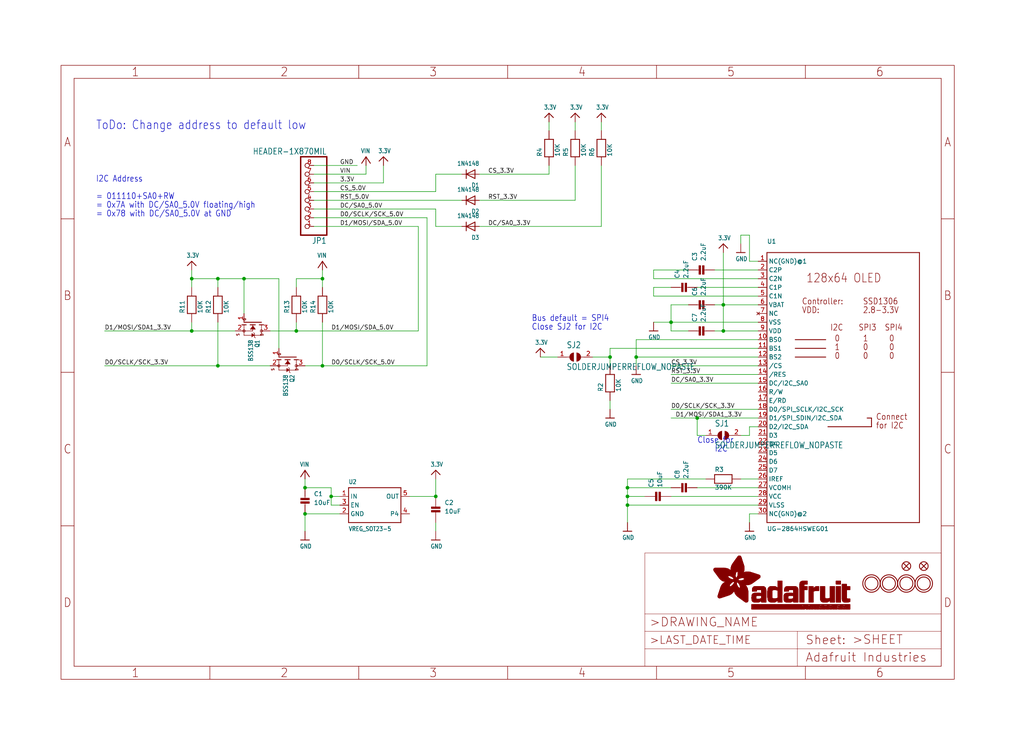
<source format=kicad_sch>
(kicad_sch (version 20211123) (generator eeschema)
  (paper "User" 298.45 217.881)
  (lib_symbols
    (symbol "schematicEagle-eagle-import:3.3V" (power)
      (property "Value" "3.3V" (at -1.524 3.556 0))
      (symbol "3.3V_1_0"
        (pin power_in line (at 0 0 90) (length 2.54) (name "3.3V") (number "1"))
      )
    )
    (symbol "schematicEagle-eagle-import:CAP_CERAMIC0805"
      (property "Reference" "C" (at 2.54 2.54 0))
      (property "Value" "CAP_CERAMIC0805" (at 2.54 0 0))
      (symbol "CAP_CERAMIC0805_1_0"
        (pin passive line (at 0 5.08 270) (length 2.54) (name "P$1") (number "1"))
        (pin passive line (at 0 -2.54 90) (length 2.54) (name "P$2") (number "2"))
      )
    )
    (symbol "schematicEagle-eagle-import:DIODESOD-323"
      (property "Reference" "D" (at -2.54 2.54 0))
      (property "Value" "DIODESOD-323" (at -2.54 -3.81 0))
      (symbol "DIODESOD-323_1_0"
        (pin passive line (at -2.54 0 0) (length 2.54) (name "A") (number "A"))
        (pin passive line (at 2.54 0 180) (length 2.54) (name "C") (number "C"))
      )
    )
    (symbol "schematicEagle-eagle-import:DISP_OLED_UG-2864HSWEG01"
      (property "Reference" "U" (at -22.86 40.64 0))
      (property "Value" "DISP_OLED_UG-2864HSWEG01" (at -22.86 -43.18 0))
      (symbol "DISP_OLED_UG-2864HSWEG01_1_0"
        (text "0" (at -3.175 6.985 0) (effects (font (size 1.778 1.5113)) (justify left bottom)))
        (text "0" (at -3.175 12.065 0) (effects (font (size 1.778 1.5113)) (justify left bottom)))
        (text "0" (at 5.08 6.985 0) (effects (font (size 1.778 1.5113)) (justify left bottom)))
        (text "0" (at 5.08 9.525 0) (effects (font (size 1.778 1.5113)) (justify left bottom)))
        (text "0" (at 12.7 6.985 0) (effects (font (size 1.778 1.5113)) (justify left bottom)))
        (text "0" (at 12.7 9.525 0) (effects (font (size 1.778 1.5113)) (justify left bottom)))
        (text "0" (at 12.7 12.065 0) (effects (font (size 1.778 1.5113)) (justify left bottom)))
        (text "1" (at -3.175 9.525 0) (effects (font (size 1.778 1.5113)) (justify left bottom)))
        (text "1" (at 5.08 12.065 0) (effects (font (size 1.778 1.5113)) (justify left bottom)))
        (text "128x64 OLED" (at -11.43 29.21 0) (effects (font (size 2.54 2.159)) (justify left bottom)))
        (text "2.8-3.3V" (at 5.08 20.32 0) (effects (font (size 1.778 1.5113)) (justify left bottom)))
        (text "Connect" (at 8.89 -10.795 0) (effects (font (size 1.778 1.5113)) (justify left bottom)))
        (text "Controller:" (at -12.7 22.86 0) (effects (font (size 1.778 1.5113)) (justify left bottom)))
        (text "for I2C" (at 8.89 -13.335 0) (effects (font (size 1.778 1.5113)) (justify left bottom)))
        (text "I2C" (at -4.445 15.24 0) (effects (font (size 1.778 1.5113)) (justify left bottom)))
        (text "SPI3" (at 3.81 15.24 0) (effects (font (size 1.778 1.5113)) (justify left bottom)))
        (text "SPI4" (at 11.43 15.24 0) (effects (font (size 1.778 1.5113)) (justify left bottom)))
        (text "SSD1306" (at 5.08 22.86 0) (effects (font (size 1.778 1.5113)) (justify left bottom)))
        (text "VDD:" (at -12.7 20.32 0) (effects (font (size 1.778 1.5113)) (justify left bottom)))
        (pin input line (at -25.4 35.56 0) (length 2.54) (name "NC(GND)@1") (number "1"))
        (pin input line (at -25.4 12.7 0) (length 2.54) (name "BS0") (number "10"))
        (pin input line (at -25.4 10.16 0) (length 2.54) (name "BS1") (number "11"))
        (pin input line (at -25.4 7.62 0) (length 2.54) (name "BS2") (number "12"))
        (pin input line (at -25.4 5.08 0) (length 2.54) (name "/CS") (number "13"))
        (pin input line (at -25.4 2.54 0) (length 2.54) (name "/RES") (number "14"))
        (pin input line (at -25.4 0 0) (length 2.54) (name "DC/I2C_SA0") (number "15"))
        (pin input line (at -25.4 -2.54 0) (length 2.54) (name "R/W") (number "16"))
        (pin input line (at -25.4 -5.08 0) (length 2.54) (name "E/RD") (number "17"))
        (pin bidirectional line (at -25.4 -7.62 0) (length 2.54) (name "D0/SPI_SCLK/I2C_SCK") (number "18"))
        (pin bidirectional line (at -25.4 -10.16 0) (length 2.54) (name "D1/SPI_SDIN/I2C_SDA") (number "19"))
        (pin input line (at -25.4 33.02 0) (length 2.54) (name "C2P") (number "2"))
        (pin bidirectional line (at -25.4 -12.7 0) (length 2.54) (name "D2/I2C_SDA") (number "20"))
        (pin bidirectional line (at -25.4 -15.24 0) (length 2.54) (name "D3") (number "21"))
        (pin bidirectional line (at -25.4 -17.78 0) (length 2.54) (name "D4") (number "22"))
        (pin bidirectional line (at -25.4 -20.32 0) (length 2.54) (name "D5") (number "23"))
        (pin bidirectional line (at -25.4 -22.86 0) (length 2.54) (name "D6") (number "24"))
        (pin bidirectional line (at -25.4 -25.4 0) (length 2.54) (name "D7") (number "25"))
        (pin input line (at -25.4 -27.94 0) (length 2.54) (name "IREF") (number "26"))
        (pin output line (at -25.4 -30.48 0) (length 2.54) (name "VCOMH") (number "27"))
        (pin power_in line (at -25.4 -33.02 0) (length 2.54) (name "VCC") (number "28"))
        (pin power_in line (at -25.4 -35.56 0) (length 2.54) (name "VLSS") (number "29"))
        (pin input line (at -25.4 30.48 0) (length 2.54) (name "C2N") (number "3"))
        (pin input line (at -25.4 -38.1 0) (length 2.54) (name "NC(GND)@2") (number "30"))
        (pin input line (at -25.4 27.94 0) (length 2.54) (name "C1P") (number "4"))
        (pin input line (at -25.4 25.4 0) (length 2.54) (name "C1N") (number "5"))
        (pin input line (at -25.4 22.86 0) (length 2.54) (name "VBAT") (number "6"))
        (pin no_connect line (at -25.4 20.32 0) (length 2.54) (name "NC") (number "7"))
        (pin power_in line (at -25.4 17.78 0) (length 2.54) (name "VSS") (number "8"))
        (pin power_in line (at -25.4 15.24 0) (length 2.54) (name "VDD") (number "9"))
      )
    )
    (symbol "schematicEagle-eagle-import:FIDUCIAL{dblquote}{dblquote}")
    (symbol "schematicEagle-eagle-import:FRAME_A4_ADAFRUIT"
      (symbol "FRAME_A4_ADAFRUIT_0_0"
        (text "1" (at 21.6958 1.905 0) (effects (font (size 2.54 2.286))))
        (text "1" (at 21.6958 177.165 0) (effects (font (size 2.54 2.286))))
        (text "2" (at 65.0875 1.905 0) (effects (font (size 2.54 2.286))))
        (text "2" (at 65.0875 177.165 0) (effects (font (size 2.54 2.286))))
        (text "3" (at 108.4792 1.905 0) (effects (font (size 2.54 2.286))))
        (text "3" (at 108.4792 177.165 0) (effects (font (size 2.54 2.286))))
        (text "4" (at 151.8708 1.905 0) (effects (font (size 2.54 2.286))))
        (text "4" (at 151.8708 177.165 0) (effects (font (size 2.54 2.286))))
        (text "5" (at 195.2625 1.905 0) (effects (font (size 2.54 2.286))))
        (text "5" (at 195.2625 177.165 0) (effects (font (size 2.54 2.286))))
        (text "6" (at 238.6542 1.905 0) (effects (font (size 2.54 2.286))))
        (text "6" (at 238.6542 177.165 0) (effects (font (size 2.54 2.286))))
        (text "A" (at 1.905 156.6863 0) (effects (font (size 2.54 2.286))))
        (text "A" (at 258.445 156.6863 0) (effects (font (size 2.54 2.286))))
        (text "B" (at 1.905 111.9188 0) (effects (font (size 2.54 2.286))))
        (text "B" (at 258.445 111.9188 0) (effects (font (size 2.54 2.286))))
        (text "C" (at 1.905 67.1513 0) (effects (font (size 2.54 2.286))))
        (text "C" (at 258.445 67.1513 0) (effects (font (size 2.54 2.286))))
        (text "D" (at 1.905 22.3838 0) (effects (font (size 2.54 2.286))))
        (text "D" (at 258.445 22.3838 0) (effects (font (size 2.54 2.286))))
      )
      (symbol "FRAME_A4_ADAFRUIT_1_0"
        (text ">DRAWING_NAME" (at 171.45 15.24 0) (effects (font (size 2.54 2.54)) (justify left bottom)))
        (text ">LAST_DATE_TIME" (at 171.45 10.16 0) (effects (font (size 2.286 2.286)) (justify left bottom)))
        (text ">SHEET" (at 230.505 10.16 0) (effects (font (size 2.54 2.54)) (justify left bottom)))
        (text "Adafruit Industries" (at 216.916 4.953 0) (effects (font (size 2.54 2.54)) (justify left bottom)))
        (text "Sheet:" (at 216.916 10.033 0) (effects (font (size 2.54 2.54)) (justify left bottom)))
      )
    )
    (symbol "schematicEagle-eagle-import:GND" (power)
      (property "Value" "GND" (at -1.524 -2.54 0))
      (symbol "GND_1_0"
        (pin power_in line (at 0 2.54 270) (length 2.54) (name "GND") (number "1"))
      )
    )
    (symbol "schematicEagle-eagle-import:HEADER-1X870MIL"
      (property "Reference" "JP" (at -6.35 13.335 0))
      (property "Value" "HEADER-1X870MIL" (at -6.35 -12.7 0))
      (symbol "HEADER-1X870MIL_1_0"
        (pin passive inverted (at -2.54 10.16 0) (length 2.54) (name "1") (number "1"))
        (pin passive inverted (at -2.54 7.62 0) (length 2.54) (name "2") (number "2"))
        (pin passive inverted (at -2.54 5.08 0) (length 2.54) (name "3") (number "3"))
        (pin passive inverted (at -2.54 2.54 0) (length 2.54) (name "4") (number "4"))
        (pin passive inverted (at -2.54 0 0) (length 2.54) (name "5") (number "5"))
        (pin passive inverted (at -2.54 -2.54 0) (length 2.54) (name "6") (number "6"))
        (pin passive inverted (at -2.54 -5.08 0) (length 2.54) (name "7") (number "7"))
        (pin passive inverted (at -2.54 -7.62 0) (length 2.54) (name "8") (number "8"))
      )
    )
    (symbol "schematicEagle-eagle-import:MOSFET-NWIDE"
      (property "Reference" "Q" (at 5.08 0.635 0))
      (property "Value" "MOSFET-NWIDE" (at 5.08 -1.27 0))
      (symbol "MOSFET-NWIDE_1_0"
        (text "D" (at 3.175 3.175 0) (effects (font (size 0.8128 0.6908)) (justify left bottom)))
        (text "G" (at -1.27 -1.905 0) (effects (font (size 0.8128 0.6908)) (justify left bottom)))
        (text "S" (at 3.175 -3.81 0) (effects (font (size 0.8128 0.6908)) (justify left bottom)))
        (pin bidirectional line (at -2.54 -2.54 0) (length 2.54) (name "G") (number "1"))
        (pin bidirectional line (at 2.54 -5.08 90) (length 2.54) (name "S") (number "2"))
        (pin bidirectional line (at 2.54 5.08 270) (length 2.54) (name "D") (number "3"))
      )
    )
    (symbol "schematicEagle-eagle-import:MOUNTINGHOLE2.5")
    (symbol "schematicEagle-eagle-import:RESISTOR0805"
      (property "Reference" "R" (at -2.54 2.032 0))
      (property "Value" "RESISTOR0805" (at -2.54 -3.175 0))
      (symbol "RESISTOR0805_1_0"
        (pin passive line (at -5.08 0 0) (length 2.54) (name "1") (number "1"))
        (pin passive line (at 5.08 0 180) (length 2.54) (name "2") (number "2"))
      )
    )
    (symbol "schematicEagle-eagle-import:SOLDERJUMPERREFLOW_NOPASTE"
      (property "Reference" "SJ" (at -2.54 2.54 0))
      (property "Value" "SOLDERJUMPERREFLOW_NOPASTE" (at -2.54 -3.81 0))
      (symbol "SOLDERJUMPERREFLOW_NOPASTE_1_0"
        (pin passive line (at -5.08 0 0) (length 2.54) (name "1") (number "1"))
        (pin passive line (at 5.08 0 180) (length 2.54) (name "2") (number "2"))
      )
    )
    (symbol "schematicEagle-eagle-import:VIN" (power)
      (property "Value" "VIN" (at -1.524 3.556 0))
      (symbol "VIN_1_0"
        (pin power_in line (at 0 0 90) (length 2.54) (name "VIN") (number "1"))
      )
    )
    (symbol "schematicEagle-eagle-import:VREG_SOT23-5"
      (property "Reference" "U" (at -7.62 6.096 0))
      (property "Value" "VREG_SOT23-5" (at -7.62 -7.62 0))
      (symbol "VREG_SOT23-5_1_0"
        (pin bidirectional line (at -10.16 2.54 0) (length 2.54) (name "IN") (number "1"))
        (pin bidirectional line (at -10.16 -2.54 0) (length 2.54) (name "GND") (number "2"))
        (pin bidirectional line (at -10.16 0 0) (length 2.54) (name "EN") (number "3"))
        (pin bidirectional line (at 10.16 -2.54 180) (length 2.54) (name "P4") (number "4"))
        (pin bidirectional line (at 10.16 2.54 180) (length 2.54) (name "OUT") (number "5"))
      )
    )
  )
  (junction (at 177.8 104.14))
  (junction (at 203.2 121.92))
  (junction (at 63.5 81.28))
  (junction (at 71.12 81.28))
  (junction (at 63.5 106.68))
  (junction (at 210.82 88.9))
  (junction (at 182.88 144.78))
  (junction (at 93.98 81.28))
  (junction (at 88.9 149.86))
  (junction (at 185.42 104.14))
  (junction (at 182.88 142.24))
  (junction (at 88.9 142.24))
  (junction (at 55.88 96.52))
  (junction (at 182.88 147.32))
  (junction (at 210.82 96.52))
  (junction (at 127 144.78))
  (junction (at 195.58 93.98))
  (junction (at 55.88 81.28))
  (junction (at 93.98 106.68))
  (junction (at 86.36 96.52))
  (junction (at 96.52 144.78))
  (wire (pts (xy 182.88 142.24) (xy 182.88 139.7)))
  (wire (pts (xy 71.12 81.28) (xy 71.12 91.44)))
  (wire (pts (xy 127 55.88) (xy 127 50.8)))
  (wire (pts (xy 218.44 124.46) (xy 218.44 127)))
  (wire (pts (xy 220.98 78.74) (xy 208.28 78.74)))
  (wire (pts (xy 220.98 109.22) (xy 195.58 109.22)))
  (wire (pts (xy 81.28 81.28) (xy 81.28 101.6)))
  (wire (pts (xy 220.98 88.9) (xy 210.82 88.9)))
  (wire (pts (xy 200.66 88.9) (xy 195.58 88.9)))
  (wire (pts (xy 218.44 149.86) (xy 218.44 152.4)))
  (wire (pts (xy 121.92 66.04) (xy 121.92 96.52)))
  (wire (pts (xy 177.8 119.38) (xy 177.8 116.84)))
  (wire (pts (xy 55.88 81.28) (xy 63.5 81.28)))
  (wire (pts (xy 200.66 78.74) (xy 190.5 78.74)))
  (wire (pts (xy 78.74 96.52) (xy 86.36 96.52)))
  (wire (pts (xy 99.06 147.32) (xy 96.52 147.32)))
  (wire (pts (xy 111.76 53.34) (xy 111.76 48.26)))
  (wire (pts (xy 55.88 96.52) (xy 30.48 96.52)))
  (wire (pts (xy 88.9 142.24) (xy 96.52 142.24)))
  (wire (pts (xy 220.98 142.24) (xy 203.2 142.24)))
  (wire (pts (xy 220.98 93.98) (xy 195.58 93.98)))
  (wire (pts (xy 215.9 68.58) (xy 215.9 71.12)))
  (wire (pts (xy 203.2 121.92) (xy 195.58 121.92)))
  (wire (pts (xy 88.9 149.86) (xy 99.06 149.86)))
  (wire (pts (xy 190.5 81.28) (xy 220.98 81.28)))
  (wire (pts (xy 88.9 106.68) (xy 93.98 106.68)))
  (wire (pts (xy 86.36 81.28) (xy 93.98 81.28)))
  (wire (pts (xy 220.98 83.82) (xy 203.2 83.82)))
  (wire (pts (xy 220.98 144.78) (xy 195.58 144.78)))
  (wire (pts (xy 96.52 147.32) (xy 96.52 144.78)))
  (wire (pts (xy 195.58 93.98) (xy 190.5 93.98)))
  (wire (pts (xy 175.26 66.04) (xy 175.26 48.26)))
  (wire (pts (xy 93.98 81.28) (xy 93.98 78.74)))
  (wire (pts (xy 195.58 142.24) (xy 182.88 142.24)))
  (wire (pts (xy 127 50.8) (xy 134.62 50.8)))
  (wire (pts (xy 162.56 104.14) (xy 157.48 104.14)))
  (wire (pts (xy 190.5 86.36) (xy 220.98 86.36)))
  (wire (pts (xy 187.96 144.78) (xy 182.88 144.78)))
  (wire (pts (xy 220.98 106.68) (xy 195.58 106.68)))
  (wire (pts (xy 167.64 58.42) (xy 167.64 48.26)))
  (wire (pts (xy 185.42 99.06) (xy 185.42 104.14)))
  (wire (pts (xy 200.66 96.52) (xy 195.58 96.52)))
  (wire (pts (xy 218.44 68.58) (xy 215.9 68.58)))
  (wire (pts (xy 220.98 104.14) (xy 185.42 104.14)))
  (wire (pts (xy 220.98 149.86) (xy 218.44 149.86)))
  (wire (pts (xy 177.8 101.6) (xy 177.8 104.14)))
  (wire (pts (xy 220.98 76.2) (xy 218.44 76.2)))
  (wire (pts (xy 93.98 106.68) (xy 124.46 106.68)))
  (wire (pts (xy 55.88 81.28) (xy 55.88 83.82)))
  (wire (pts (xy 68.58 96.52) (xy 55.88 96.52)))
  (wire (pts (xy 190.5 83.82) (xy 190.5 86.36)))
  (wire (pts (xy 91.44 48.26) (xy 104.14 48.26)))
  (wire (pts (xy 220.98 99.06) (xy 185.42 99.06)))
  (wire (pts (xy 88.9 142.24) (xy 88.9 139.7)))
  (wire (pts (xy 63.5 93.98) (xy 63.5 106.68)))
  (wire (pts (xy 190.5 78.74) (xy 190.5 81.28)))
  (wire (pts (xy 99.06 144.78) (xy 96.52 144.78)))
  (wire (pts (xy 71.12 81.28) (xy 81.28 81.28)))
  (wire (pts (xy 172.72 104.14) (xy 177.8 104.14)))
  (wire (pts (xy 210.82 88.9) (xy 208.28 88.9)))
  (wire (pts (xy 106.68 50.8) (xy 106.68 48.26)))
  (wire (pts (xy 195.58 83.82) (xy 190.5 83.82)))
  (wire (pts (xy 139.7 66.04) (xy 175.26 66.04)))
  (wire (pts (xy 185.42 104.14) (xy 185.42 106.68)))
  (wire (pts (xy 86.36 96.52) (xy 86.36 93.98)))
  (wire (pts (xy 167.64 38.1) (xy 167.64 35.56)))
  (wire (pts (xy 195.58 96.52) (xy 195.58 93.98)))
  (wire (pts (xy 177.8 104.14) (xy 177.8 106.68)))
  (wire (pts (xy 119.38 144.78) (xy 127 144.78)))
  (wire (pts (xy 88.9 149.86) (xy 88.9 154.94)))
  (wire (pts (xy 91.44 55.88) (xy 127 55.88)))
  (wire (pts (xy 96.52 142.24) (xy 96.52 144.78)))
  (wire (pts (xy 93.98 83.82) (xy 93.98 81.28)))
  (wire (pts (xy 86.36 83.82) (xy 86.36 81.28)))
  (wire (pts (xy 182.88 144.78) (xy 182.88 142.24)))
  (wire (pts (xy 205.74 127) (xy 203.2 127)))
  (wire (pts (xy 220.98 96.52) (xy 210.82 96.52)))
  (wire (pts (xy 91.44 53.34) (xy 111.76 53.34)))
  (wire (pts (xy 220.98 111.76) (xy 195.58 111.76)))
  (wire (pts (xy 210.82 73.66) (xy 210.82 88.9)))
  (wire (pts (xy 127 66.04) (xy 134.62 66.04)))
  (wire (pts (xy 124.46 63.5) (xy 124.46 106.68)))
  (wire (pts (xy 160.02 38.1) (xy 160.02 35.56)))
  (wire (pts (xy 55.88 93.98) (xy 55.88 96.52)))
  (wire (pts (xy 203.2 127) (xy 203.2 121.92)))
  (wire (pts (xy 210.82 96.52) (xy 208.28 96.52)))
  (wire (pts (xy 91.44 63.5) (xy 124.46 63.5)))
  (wire (pts (xy 195.58 88.9) (xy 195.58 93.98)))
  (wire (pts (xy 218.44 127) (xy 215.9 127)))
  (wire (pts (xy 78.74 106.68) (xy 63.5 106.68)))
  (wire (pts (xy 220.98 147.32) (xy 182.88 147.32)))
  (wire (pts (xy 220.98 119.38) (xy 195.58 119.38)))
  (wire (pts (xy 91.44 60.96) (xy 127 60.96)))
  (wire (pts (xy 182.88 139.7) (xy 205.74 139.7)))
  (wire (pts (xy 182.88 147.32) (xy 182.88 152.4)))
  (wire (pts (xy 91.44 66.04) (xy 121.92 66.04)))
  (wire (pts (xy 182.88 147.32) (xy 182.88 144.78)))
  (wire (pts (xy 139.7 50.8) (xy 160.02 50.8)))
  (wire (pts (xy 63.5 81.28) (xy 71.12 81.28)))
  (wire (pts (xy 220.98 121.92) (xy 203.2 121.92)))
  (wire (pts (xy 220.98 124.46) (xy 218.44 124.46)))
  (wire (pts (xy 93.98 93.98) (xy 93.98 106.68)))
  (wire (pts (xy 160.02 50.8) (xy 160.02 48.26)))
  (wire (pts (xy 63.5 106.68) (xy 30.48 106.68)))
  (wire (pts (xy 210.82 88.9) (xy 210.82 96.52)))
  (wire (pts (xy 127 152.4) (xy 127 154.94)))
  (wire (pts (xy 175.26 38.1) (xy 175.26 35.56)))
  (wire (pts (xy 86.36 96.52) (xy 121.92 96.52)))
  (wire (pts (xy 91.44 50.8) (xy 106.68 50.8)))
  (wire (pts (xy 63.5 81.28) (xy 63.5 83.82)))
  (wire (pts (xy 220.98 139.7) (xy 215.9 139.7)))
  (wire (pts (xy 91.44 58.42) (xy 134.62 58.42)))
  (wire (pts (xy 139.7 58.42) (xy 167.64 58.42)))
  (wire (pts (xy 218.44 76.2) (xy 218.44 68.58)))
  (wire (pts (xy 55.88 78.74) (xy 55.88 81.28)))
  (wire (pts (xy 127 60.96) (xy 127 66.04)))
  (wire (pts (xy 177.8 101.6) (xy 220.98 101.6)))
  (wire (pts (xy 127 139.7) (xy 127 144.78)))
  (text "Close SJ2 for I2C" (at 154.94 96.52 180) (effects (font (size 1.778 1.5113)) (justify left bottom)))
  (text "Bus default = SPI4" (at 154.94 93.98 180) (effects (font (size 1.778 1.5113)) (justify left bottom)))
  (text "I2C Address" (at 27.94 53.34 180) (effects (font (size 1.778 1.5113)) (justify left bottom)))
  (text "ToDo: Change address to default low" (at 27.94 38.1 180) (effects (font (size 2.54 2.159)) (justify left bottom)))
  (text "I2C" (at 208.28 132.08 180) (effects (font (size 1.778 1.5113)) (justify left bottom)))
  (text "Close for" (at 203.2 129.54 180) (effects (font (size 1.778 1.5113)) (justify left bottom)))
  (text "= 011110+SA0+RW" (at 27.94 58.42 180) (effects (font (size 1.778 1.5113)) (justify left bottom)))
  (text "= 0x78 with DC/SA0_5.0V at GND" (at 27.94 63.5 180) (effects (font (size 1.778 1.5113)) (justify left bottom)))
  (text "= 0x7A with DC/SA0_5.0V floating/high" (at 27.94 60.96 180) (effects (font (size 1.778 1.5113)) (justify left bottom)))
  (label "D0/SCLK/SCK_3.3V" (at 195.58 119.38 0) (effects (font (size 1.2446 1.2446))))
  (label "CS_5.0V" (at 99.06 55.88 0) (effects (font (size 1.2446 1.2446))))
  (label "RST_5.0V" (at 99.06 58.42 0) (effects (font (size 1.2446 1.2446))))
  (label "RST_3.3V" (at 195.58 109.22 0) (effects (font (size 1.2446 1.2446))))
  (label "RST_3.3V" (at 142.24 58.42 0) (effects (font (size 1.2446 1.2446))))
  (label "D1/MOSI/SDA1_3.3V" (at 30.48 96.52 0) (effects (font (size 1.2446 1.2446))))
  (label "3.3V" (at 99.06 53.34 0) (effects (font (size 1.2446 1.2446))))
  (label "D0/SCLK/SCK_5.0V" (at 99.06 63.5 0) (effects (font (size 1.2446 1.2446))))
  (label "D1/MOSI/SDA1_3.3V" (at 196.85 121.92 0) (effects (font (size 1.2446 1.2446))))
  (label "D0/SCLK/SCK_3.3V" (at 30.48 106.68 0) (effects (font (size 1.2446 1.2446))))
  (label "D0/SCLK/SCK_5.0V" (at 96.52 106.68 0) (effects (font (size 1.2446 1.2446))))
  (label "CS_3.3V" (at 142.24 50.8 0) (effects (font (size 1.2446 1.2446))))
  (label "GND" (at 99.06 48.26 0) (effects (font (size 1.2446 1.2446))))
  (label "DC/SA0_3.3V" (at 195.58 111.76 0) (effects (font (size 1.2446 1.2446))))
  (label "CS_3.3V" (at 195.58 106.68 0) (effects (font (size 1.2446 1.2446))))
  (label "D1/MOSI/SDA_5.0V" (at 99.06 66.04 0) (effects (font (size 1.2446 1.2446))))
  (label "D1/MOSI/SDA_5.0V" (at 96.52 96.52 0) (effects (font (size 1.2446 1.2446))))
  (label "DC/SA0_3.3V" (at 142.24 66.04 0) (effects (font (size 1.2446 1.2446))))
  (label "VIN" (at 99.06 50.8 0) (effects (font (size 1.2446 1.2446))))
  (label "DC/SA0_5.0V" (at 99.06 60.96 0) (effects (font (size 1.2446 1.2446))))
  (symbol (lib_id "schematicEagle-eagle-import:MOSFET-NWIDE") (at 73.66 93.98 270) (unit 1)
    (property "Reference" "Q1" (at 74.295 99.06 0) (effects (font (size 1.27 1.0795)) (justify left bottom)))
    (property "Value" "BSS138" (at 72.39 99.06 0) (effects (font (size 1.27 1.0795)) (justify left bottom)))
    (property "Footprint" "schematicEagle:SOT23-WIDE" (effects hide))
  )
  (symbol (lib_id "schematicEagle-eagle-import:GND") (at 190.5 96.52 0) (unit 1)
    (property "Reference" "#U$20" (effects hide))
    (property "Value" "GND" (at 188.976 99.06 0) (effects (font (size 1.27 1.0795)) (justify left bottom)))
    (property "Footprint" "schematicEagle:" (effects hide))
  )
  (symbol (lib_id "schematicEagle-eagle-import:FIDUCIAL{dblquote}{dblquote}") (at 269.24 165.1 0) (unit 1)
    (property "Reference" "FID1" (effects hide))
    (property "Value" "FIDUCIAL{dblquote}{dblquote}" (effects hide))
    (property "Footprint" "schematicEagle:FIDUCIAL_1MM" (effects hide))
  )
  (symbol (lib_id "schematicEagle-eagle-import:RESISTOR0805") (at 86.36 88.9 90) (unit 1)
    (property "Reference" "R13" (at 84.328 91.44 0) (effects (justify left bottom)))
    (property "Value" "10K" (at 89.535 91.44 0) (effects (justify left bottom)))
    (property "Footprint" "schematicEagle:0805" (effects hide))
  )
  (symbol (lib_id "schematicEagle-eagle-import:CAP_CERAMIC0805") (at 88.9 147.32 0) (unit 1)
    (property "Reference" "C1" (at 91.44 144.78 0) (effects (justify left bottom)))
    (property "Value" "10uF" (at 91.44 147.32 0) (effects (justify left bottom)))
    (property "Footprint" "schematicEagle:0805" (effects hide))
  )
  (symbol (lib_id "schematicEagle-eagle-import:RESISTOR0805") (at 55.88 88.9 90) (unit 1)
    (property "Reference" "R11" (at 53.848 91.44 0) (effects (justify left bottom)))
    (property "Value" "10K" (at 59.055 91.44 0) (effects (justify left bottom)))
    (property "Footprint" "schematicEagle:0805" (effects hide))
  )
  (symbol (lib_id "schematicEagle-eagle-import:CAP_CERAMIC0805") (at 200.66 83.82 90) (unit 1)
    (property "Reference" "C4" (at 198.12 81.28 0) (effects (justify left bottom)))
    (property "Value" "2.2uF" (at 200.66 81.28 0) (effects (justify left bottom)))
    (property "Footprint" "schematicEagle:0805" (effects hide))
  )
  (symbol (lib_id "schematicEagle-eagle-import:3.3V") (at 175.26 35.56 0) (unit 1)
    (property "Reference" "#U$16" (effects hide))
    (property "Value" "3.3V" (at 173.736 32.004 0) (effects (font (size 1.27 1.0795)) (justify left bottom)))
    (property "Footprint" "schematicEagle:" (effects hide))
  )
  (symbol (lib_id "schematicEagle-eagle-import:RESISTOR0805") (at 160.02 43.18 90) (unit 1)
    (property "Reference" "R4" (at 157.988 45.72 0) (effects (justify left bottom)))
    (property "Value" "10K" (at 163.195 45.72 0) (effects (justify left bottom)))
    (property "Footprint" "schematicEagle:0805" (effects hide))
  )
  (symbol (lib_id "schematicEagle-eagle-import:DIODESOD-323") (at 137.16 66.04 180) (unit 1)
    (property "Reference" "D3" (at 139.7 68.58 0) (effects (font (size 1.27 1.0795)) (justify left bottom)))
    (property "Value" "1N4148" (at 139.7 62.23 0) (effects (font (size 1.27 1.0795)) (justify left bottom)))
    (property "Footprint" "schematicEagle:SOD-323" (effects hide))
  )
  (symbol (lib_id "schematicEagle-eagle-import:VREG_SOT23-5") (at 109.22 147.32 0) (unit 1)
    (property "Reference" "U2" (at 101.6 141.224 0) (effects (font (size 1.27 1.0795)) (justify left bottom)))
    (property "Value" "VREG_SOT23-5" (at 101.6 154.94 0) (effects (font (size 1.27 1.0795)) (justify left bottom)))
    (property "Footprint" "schematicEagle:SOT23-5" (effects hide))
  )
  (symbol (lib_id "schematicEagle-eagle-import:GND") (at 215.9 73.66 0) (unit 1)
    (property "Reference" "#U$18" (effects hide))
    (property "Value" "GND" (at 214.376 76.2 0) (effects (font (size 1.27 1.0795)) (justify left bottom)))
    (property "Footprint" "schematicEagle:" (effects hide))
  )
  (symbol (lib_id "schematicEagle-eagle-import:CAP_CERAMIC0805") (at 200.66 142.24 90) (unit 1)
    (property "Reference" "C8" (at 198.12 139.7 0) (effects (justify left bottom)))
    (property "Value" "2.2uF" (at 200.66 139.7 0) (effects (justify left bottom)))
    (property "Footprint" "schematicEagle:0805" (effects hide))
  )
  (symbol (lib_id "schematicEagle-eagle-import:SOLDERJUMPERREFLOW_NOPASTE") (at 210.82 127 0) (unit 1)
    (property "Reference" "SJ1" (at 208.28 124.46 0) (effects (font (size 1.778 1.5113)) (justify left bottom)))
    (property "Value" "SOLDERJUMPERREFLOW_NOPASTE" (at 208.28 130.81 0) (effects (font (size 1.778 1.5113)) (justify left bottom)))
    (property "Footprint" "schematicEagle:SOLDERJUMPER_REFLOW_NOPASTE" (effects hide))
  )
  (symbol (lib_id "schematicEagle-eagle-import:DIODESOD-323") (at 137.16 50.8 180) (unit 1)
    (property "Reference" "D1" (at 139.7 53.34 0) (effects (font (size 1.27 1.0795)) (justify left bottom)))
    (property "Value" "1N4148" (at 139.7 46.99 0) (effects (font (size 1.27 1.0795)) (justify left bottom)))
    (property "Footprint" "schematicEagle:SOD-323" (effects hide))
  )
  (symbol (lib_id "schematicEagle-eagle-import:MOUNTINGHOLE2.5") (at 254 170.18 0) (unit 1)
    (property "Reference" "U$26" (effects hide))
    (property "Value" "MOUNTINGHOLE2.5" (effects hide))
    (property "Footprint" "schematicEagle:MOUNTINGHOLE_2.5_PLATED" (effects hide))
  )
  (symbol (lib_id "schematicEagle-eagle-import:3.3V") (at 167.64 35.56 0) (unit 1)
    (property "Reference" "#U$15" (effects hide))
    (property "Value" "3.3V" (at 166.116 32.004 0) (effects (font (size 1.27 1.0795)) (justify left bottom)))
    (property "Footprint" "schematicEagle:" (effects hide))
  )
  (symbol (lib_id "schematicEagle-eagle-import:RESISTOR0805") (at 63.5 88.9 90) (unit 1)
    (property "Reference" "R12" (at 61.468 91.44 0) (effects (justify left bottom)))
    (property "Value" "10K" (at 66.675 91.44 0) (effects (justify left bottom)))
    (property "Footprint" "schematicEagle:0805" (effects hide))
  )
  (symbol (lib_id "schematicEagle-eagle-import:RESISTOR0805") (at 177.8 111.76 90) (unit 1)
    (property "Reference" "R2" (at 175.768 114.3 0) (effects (justify left bottom)))
    (property "Value" "10K" (at 180.975 114.3 0) (effects (justify left bottom)))
    (property "Footprint" "schematicEagle:0805" (effects hide))
  )
  (symbol (lib_id "schematicEagle-eagle-import:GND") (at 88.9 157.48 0) (unit 1)
    (property "Reference" "#U$9" (effects hide))
    (property "Value" "GND" (at 87.376 160.02 0) (effects (font (size 1.27 1.0795)) (justify left bottom)))
    (property "Footprint" "schematicEagle:" (effects hide))
  )
  (symbol (lib_id "schematicEagle-eagle-import:FRAME_A4_ADAFRUIT") (at 17.78 198.12 0) (unit 1)
    (property "Reference" "#U$1" (effects hide))
    (property "Value" "FRAME_A4_ADAFRUIT" (effects hide))
    (property "Footprint" "schematicEagle:" (effects hide))
  )
  (symbol (lib_id "schematicEagle-eagle-import:VIN") (at 93.98 78.74 0) (unit 1)
    (property "Reference" "#U$7" (effects hide))
    (property "Value" "VIN" (at 92.456 75.184 0) (effects (font (size 1.27 1.0795)) (justify left bottom)))
    (property "Footprint" "schematicEagle:" (effects hide))
  )
  (symbol (lib_id "schematicEagle-eagle-import:CAP_CERAMIC0805") (at 205.74 78.74 90) (unit 1)
    (property "Reference" "C3" (at 203.2 76.2 0) (effects (justify left bottom)))
    (property "Value" "2.2uF" (at 205.74 76.2 0) (effects (justify left bottom)))
    (property "Footprint" "schematicEagle:0805" (effects hide))
  )
  (symbol (lib_id "schematicEagle-eagle-import:DISP_OLED_UG-2864HSWEG01") (at 246.38 111.76 0) (unit 1)
    (property "Reference" "U1" (at 223.52 71.12 0) (effects (justify left bottom)))
    (property "Value" "UG-2864HSWEG01" (at 223.52 154.94 0) (effects (justify left bottom)))
    (property "Footprint" "schematicEagle:UG-2864HSWEG01_1.3_WRAPAROUND" (effects hide))
  )
  (symbol (lib_id "schematicEagle-eagle-import:3.3V") (at 55.88 78.74 0) (unit 1)
    (property "Reference" "#U$17" (effects hide))
    (property "Value" "3.3V" (at 54.356 75.184 0) (effects (font (size 1.27 1.0795)) (justify left bottom)))
    (property "Footprint" "schematicEagle:" (effects hide))
  )
  (symbol (lib_id "schematicEagle-eagle-import:RESISTOR0805") (at 210.82 139.7 0) (unit 1)
    (property "Reference" "R3" (at 208.28 137.668 0) (effects (justify left bottom)))
    (property "Value" "390K" (at 208.28 142.875 0) (effects (justify left bottom)))
    (property "Footprint" "schematicEagle:0805" (effects hide))
  )
  (symbol (lib_id "schematicEagle-eagle-import:CAP_CERAMIC0805") (at 127 149.86 0) (unit 1)
    (property "Reference" "C2" (at 129.54 147.32 0) (effects (justify left bottom)))
    (property "Value" "10uF" (at 129.54 149.86 0) (effects (justify left bottom)))
    (property "Footprint" "schematicEagle:0805" (effects hide))
  )
  (symbol (lib_id "schematicEagle-eagle-import:GND") (at 127 157.48 0) (unit 1)
    (property "Reference" "#U$11" (effects hide))
    (property "Value" "GND" (at 125.476 160.02 0) (effects (font (size 1.27 1.0795)) (justify left bottom)))
    (property "Footprint" "schematicEagle:" (effects hide))
  )
  (symbol (lib_id "schematicEagle-eagle-import:MOUNTINGHOLE2.5") (at 269.24 170.18 0) (unit 1)
    (property "Reference" "U$23" (effects hide))
    (property "Value" "MOUNTINGHOLE2.5" (effects hide))
    (property "Footprint" "schematicEagle:MOUNTINGHOLE_2.5_PLATED" (effects hide))
  )
  (symbol (lib_id "schematicEagle-eagle-import:CAP_CERAMIC0805") (at 205.74 96.52 90) (unit 1)
    (property "Reference" "C7" (at 203.2 93.98 0) (effects (justify left bottom)))
    (property "Value" "2.2uF" (at 205.74 93.98 0) (effects (justify left bottom)))
    (property "Footprint" "schematicEagle:0805" (effects hide))
  )
  (symbol (lib_id "schematicEagle-eagle-import:GND") (at 185.42 109.22 0) (unit 1)
    (property "Reference" "#U$2" (effects hide))
    (property "Value" "GND" (at 183.896 111.76 0) (effects (font (size 1.27 1.0795)) (justify left bottom)))
    (property "Footprint" "schematicEagle:" (effects hide))
  )
  (symbol (lib_id "schematicEagle-eagle-import:MOUNTINGHOLE2.5") (at 264.16 170.18 0) (unit 1)
    (property "Reference" "U$24" (effects hide))
    (property "Value" "MOUNTINGHOLE2.5" (effects hide))
    (property "Footprint" "schematicEagle:MOUNTINGHOLE_2.5_PLATED" (effects hide))
  )
  (symbol (lib_id "schematicEagle-eagle-import:VIN") (at 106.68 48.26 0) (unit 1)
    (property "Reference" "#U$12" (effects hide))
    (property "Value" "VIN" (at 105.156 44.704 0) (effects (font (size 1.27 1.0795)) (justify left bottom)))
    (property "Footprint" "schematicEagle:" (effects hide))
  )
  (symbol (lib_id "schematicEagle-eagle-import:3.3V") (at 111.76 48.26 0) (unit 1)
    (property "Reference" "#U$13" (effects hide))
    (property "Value" "3.3V" (at 110.236 44.704 0) (effects (font (size 1.27 1.0795)) (justify left bottom)))
    (property "Footprint" "schematicEagle:" (effects hide))
  )
  (symbol (lib_id "schematicEagle-eagle-import:GND") (at 218.44 154.94 0) (unit 1)
    (property "Reference" "#U$19" (effects hide))
    (property "Value" "GND" (at 216.916 157.48 0) (effects (font (size 1.27 1.0795)) (justify left bottom)))
    (property "Footprint" "schematicEagle:" (effects hide))
  )
  (symbol (lib_id "schematicEagle-eagle-import:3.3V") (at 210.82 73.66 0) (unit 1)
    (property "Reference" "#U$22" (effects hide))
    (property "Value" "3.3V" (at 209.296 70.104 0) (effects (font (size 1.27 1.0795)) (justify left bottom)))
    (property "Footprint" "schematicEagle:" (effects hide))
  )
  (symbol (lib_id "schematicEagle-eagle-import:3.3V") (at 127 139.7 0) (unit 1)
    (property "Reference" "#U$10" (effects hide))
    (property "Value" "3.3V" (at 125.476 136.144 0) (effects (font (size 1.27 1.0795)) (justify left bottom)))
    (property "Footprint" "schematicEagle:" (effects hide))
  )
  (symbol (lib_id "schematicEagle-eagle-import:MOUNTINGHOLE2.5") (at 259.08 170.18 0) (unit 1)
    (property "Reference" "U$25" (effects hide))
    (property "Value" "MOUNTINGHOLE2.5" (effects hide))
    (property "Footprint" "schematicEagle:MOUNTINGHOLE_2.5_PLATED" (effects hide))
  )
  (symbol (lib_id "schematicEagle-eagle-import:RESISTOR0805") (at 175.26 43.18 90) (unit 1)
    (property "Reference" "R6" (at 173.228 45.72 0) (effects (justify left bottom)))
    (property "Value" "10K" (at 178.435 45.72 0) (effects (justify left bottom)))
    (property "Footprint" "schematicEagle:0805" (effects hide))
  )
  (symbol (lib_id "schematicEagle-eagle-import:3.3V") (at 157.48 104.14 0) (unit 1)
    (property "Reference" "#U$6" (effects hide))
    (property "Value" "3.3V" (at 155.956 100.584 0) (effects (font (size 1.27 1.0795)) (justify left bottom)))
    (property "Footprint" "schematicEagle:" (effects hide))
  )
  (symbol (lib_id "schematicEagle-eagle-import:CAP_CERAMIC0805") (at 193.04 144.78 90) (unit 1)
    (property "Reference" "C5" (at 190.5 142.24 0) (effects (justify left bottom)))
    (property "Value" "10uF" (at 193.04 142.24 0) (effects (justify left bottom)))
    (property "Footprint" "schematicEagle:0805" (effects hide))
  )
  (symbol (lib_id "schematicEagle-eagle-import:3.3V") (at 160.02 35.56 0) (unit 1)
    (property "Reference" "#U$14" (effects hide))
    (property "Value" "3.3V" (at 158.496 32.004 0) (effects (font (size 1.27 1.0795)) (justify left bottom)))
    (property "Footprint" "schematicEagle:" (effects hide))
  )
  (symbol (lib_id "schematicEagle-eagle-import:RESISTOR0805") (at 93.98 88.9 90) (unit 1)
    (property "Reference" "R14" (at 91.948 91.44 0) (effects (justify left bottom)))
    (property "Value" "10K" (at 97.155 91.44 0) (effects (justify left bottom)))
    (property "Footprint" "schematicEagle:0805" (effects hide))
  )
  (symbol (lib_id "schematicEagle-eagle-import:VIN") (at 88.9 139.7 0) (unit 1)
    (property "Reference" "#U$8" (effects hide))
    (property "Value" "VIN" (at 87.376 136.144 0) (effects (font (size 1.27 1.0795)) (justify left bottom)))
    (property "Footprint" "schematicEagle:" (effects hide))
  )
  (symbol (lib_id "schematicEagle-eagle-import:CAP_CERAMIC0805") (at 205.74 88.9 90) (unit 1)
    (property "Reference" "C6" (at 203.2 86.36 0) (effects (justify left bottom)))
    (property "Value" "2.2uF" (at 205.74 86.36 0) (effects (justify left bottom)))
    (property "Footprint" "schematicEagle:0805" (effects hide))
  )
  (symbol (lib_id "schematicEagle-eagle-import:MOSFET-NWIDE") (at 83.82 104.14 270) (unit 1)
    (property "Reference" "Q2" (at 84.455 109.22 0) (effects (font (size 1.27 1.0795)) (justify left bottom)))
    (property "Value" "BSS138" (at 82.55 109.22 0) (effects (font (size 1.27 1.0795)) (justify left bottom)))
    (property "Footprint" "schematicEagle:SOT23-WIDE" (effects hide))
  )
  (symbol (lib_id "schematicEagle-eagle-import:HEADER-1X870MIL") (at 88.9 55.88 180) (unit 1)
    (property "Reference" "JP1" (at 95.25 69.215 0) (effects (font (size 1.778 1.5113)) (justify left bottom)))
    (property "Value" "HEADER-1X870MIL" (at 95.25 43.18 0) (effects (font (size 1.778 1.5113)) (justify left bottom)))
    (property "Footprint" "schematicEagle:1X08_ROUND_70" (effects hide))
  )
  (symbol (lib_id "schematicEagle-eagle-import:SOLDERJUMPERREFLOW_NOPASTE") (at 167.64 104.14 0) (unit 1)
    (property "Reference" "SJ2" (at 165.1 101.6 0) (effects (font (size 1.778 1.5113)) (justify left bottom)))
    (property "Value" "SOLDERJUMPERREFLOW_NOPASTE" (at 165.1 107.95 0) (effects (font (size 1.778 1.5113)) (justify left bottom)))
    (property "Footprint" "schematicEagle:SOLDERJUMPER_REFLOW_NOPASTE" (effects hide))
  )
  (symbol (lib_id "schematicEagle-eagle-import:FIDUCIAL{dblquote}{dblquote}") (at 264.16 165.1 0) (unit 1)
    (property "Reference" "FID2" (effects hide))
    (property "Value" "FIDUCIAL{dblquote}{dblquote}" (effects hide))
    (property "Footprint" "schematicEagle:FIDUCIAL_1MM" (effects hide))
  )
  (symbol (lib_id "schematicEagle-eagle-import:DIODESOD-323") (at 137.16 58.42 180) (unit 1)
    (property "Reference" "D2" (at 139.7 60.96 0) (effects (font (size 1.27 1.0795)) (justify left bottom)))
    (property "Value" "1N4148" (at 139.7 54.61 0) (effects (font (size 1.27 1.0795)) (justify left bottom)))
    (property "Footprint" "schematicEagle:SOD-323" (effects hide))
  )
  (symbol (lib_id "schematicEagle-eagle-import:RESISTOR0805") (at 167.64 43.18 90) (unit 1)
    (property "Reference" "R5" (at 165.608 45.72 0) (effects (justify left bottom)))
    (property "Value" "10K" (at 170.815 45.72 0) (effects (justify left bottom)))
    (property "Footprint" "schematicEagle:0805" (effects hide))
  )
  (symbol (lib_id "schematicEagle-eagle-import:GND") (at 182.88 154.94 0) (unit 1)
    (property "Reference" "#U$21" (effects hide))
    (property "Value" "GND" (at 181.356 157.48 0) (effects (font (size 1.27 1.0795)) (justify left bottom)))
    (property "Footprint" "schematicEagle:" (effects hide))
  )
  (symbol (lib_id "schematicEagle-eagle-import:GND") (at 177.8 121.92 0) (unit 1)
    (property "Reference" "#U$5" (effects hide))
    (property "Value" "GND" (at 176.276 124.46 0) (effects (font (size 1.27 1.0795)) (justify left bottom)))
    (property "Footprint" "schematicEagle:" (effects hide))
  )
)
</source>
